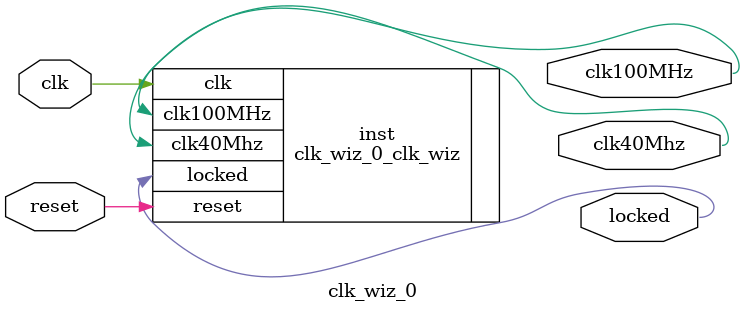
<source format=v>


`timescale 1ps/1ps

(* CORE_GENERATION_INFO = "clk_wiz_0,clk_wiz_v5_4_3_0,{component_name=clk_wiz_0,use_phase_alignment=true,use_min_o_jitter=false,use_max_i_jitter=false,use_dyn_phase_shift=false,use_inclk_switchover=false,use_dyn_reconfig=false,enable_axi=0,feedback_source=FDBK_AUTO,PRIMITIVE=MMCM,num_out_clk=2,clkin1_period=10.000,clkin2_period=10.000,use_power_down=false,use_reset=true,use_locked=true,use_inclk_stopped=false,feedback_type=SINGLE,CLOCK_MGR_TYPE=NA,manual_override=false}" *)

module clk_wiz_0 
 (
  // Clock out ports
  output        clk100MHz,
  output        clk40Mhz,
  // Status and control signals
  input         reset,
  output        locked,
 // Clock in ports
  input         clk
 );

  clk_wiz_0_clk_wiz inst
  (
  // Clock out ports  
  .clk100MHz(clk100MHz),
  .clk40Mhz(clk40Mhz),
  // Status and control signals               
  .reset(reset), 
  .locked(locked),
 // Clock in ports
  .clk(clk)
  );

endmodule

</source>
